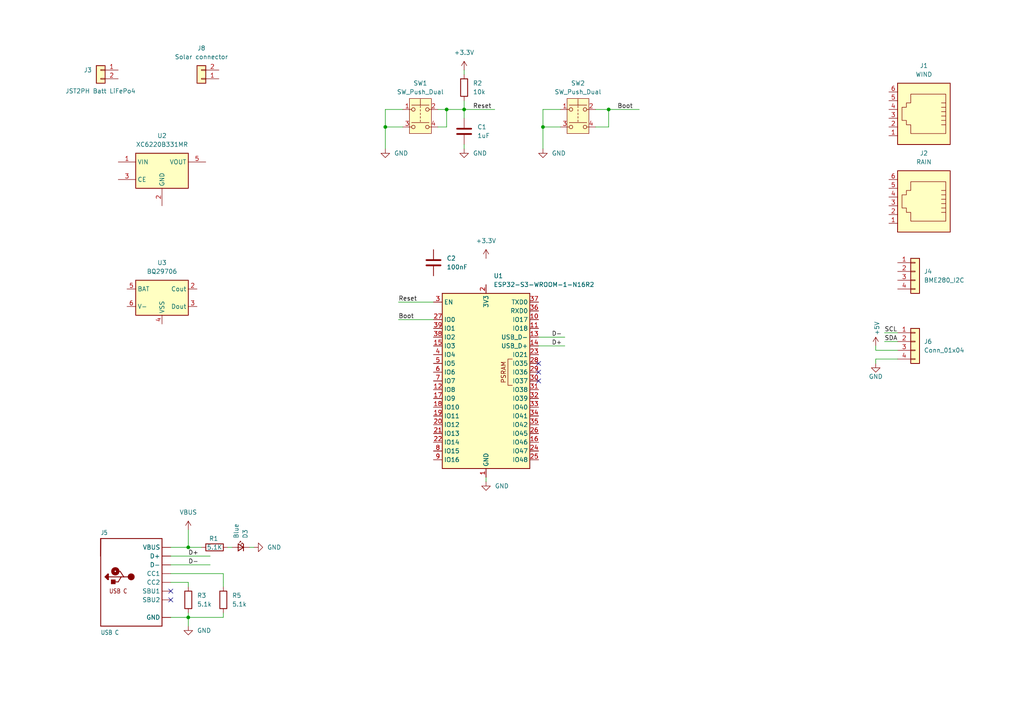
<source format=kicad_sch>
(kicad_sch (version 20250114) (generator "eeschema") (generator_version "9.0")
  (paper "A4")
  (title_block (title "Solar Weather Station") (date "2025-06-01") (rev "0.1") (company "cf") (comment 1 "For safety this design is for Batt LiFePo4"))
  (lib_symbols
    (symbol "Adafruit ESP32-S3 Reverse TFT Feather-eagle-import:USB_C"
      (property "Reference" "X" (at -10.16 13.716 0))
      (symbol "USB_C_1_0"
        (polyline (pts (xy -10.2 7.62) (xy -10.16 12.7)) (stroke (width 0.254)))
        (polyline (pts (xy -10.16 12.7) (xy -10.16 -12.7)) (stroke (width 0.254)))
        (polyline (pts (xy -10.16 12.7) (xy 7.62 12.7)) (stroke (width 0.254)))
        (polyline (pts (xy -10.16 -12.7) (xy 7.62 -12.7)) (stroke (width 0.254)))
        (polyline (pts (xy -8.92 1.6) (xy -8.12 2.4)) (stroke (width 0.254)))
        (polyline (pts (xy -8.52 1.6) (xy -8.52 1.4)) (stroke (width 0.254)))
        (polyline (pts (xy -8.52 1.4) (xy -8.32 1.2)) (stroke (width 0.254)))
        (polyline (pts (xy -8.32 2) (xy -8.72 1.6)) (stroke (width 0.254)))
        (polyline (pts (xy -8.32 1.2) (xy -8.32 2)) (stroke (width 0.254)))
        (polyline (pts (xy -8.12 2.4) (xy -7.92 2.4)) (stroke (width 0.254)))
        (polyline (pts (xy -8.12 1) (xy -8.12 2.4)) (stroke (width 0.254)))
        (polyline (pts (xy -8.12 0.8) (xy -8.92 1.6)) (stroke (width 0.254)))
        (polyline (pts (xy -7.92 2.4) (xy -7.92 1.6)) (stroke (width 0.254)))
        (polyline (pts (xy -7.92 1.6) (xy -7.92 0.8)) (stroke (width 0.254)))
        (polyline (pts (xy -7.92 0.8) (xy -8.12 0.8)) (stroke (width 0.254)))
        (rectangle (start -7.12 -0.45) (end -5.92 0.75) (fill (type outline)))
        (polyline (pts (xy -6.27 0.15) (xy -5.07 0.15)) (stroke (width 0.254)))
        (circle (center -5.92 3.2) (radius 0.2) (stroke (width 1)))
        (polyline (pts (xy -5.52 3.2) (xy -4.52 3.2)) (stroke (width 0.254)))
        (polyline (pts (xy -5.07 0.15) (xy -4.22 1.6)) (stroke (width 0.254)))
        (polyline (pts (xy -4.52 3.2) (xy -3.47 1.6)) (stroke (width 0.254)))
        (polyline (pts (xy -4.22 1.6) (xy -7.92 1.6)) (stroke (width 0.254)))
        (polyline (pts (xy -3.47 1.6) (xy -4.22 1.6)) (stroke (width 0.254)))
        (circle (center -1.32 1.6) (radius 0.5) (stroke (width 1)))
        (polyline (pts (xy -1.32 1.6) (xy -3.47 1.6)) (stroke (width 0.254)))
        (polyline (pts (xy 7.62 12.7) (xy 7.62 -12.7)) (stroke (width 0.254)))
        (text "USB C" (at -5.08 -2.54 0) (effects (font (size 1.27 1.0795))))
        (pin power_in line (at 10.16 10.16 180) (length 2.54) (name "VBUS") (number "A4B9"))
        (pin power_in line (at 10.16 10.16 180) (length 2.54) (name "VBUS") (number "B4A9"))
        (pin bidirectional line (at 10.16 7.62 180) (length 2.54) (name "D+") (number "A6"))
        (pin bidirectional line (at 10.16 7.62 180) (length 2.54) (name "D+") (number "B6"))
        (pin bidirectional line (at 10.16 5.08 180) (length 2.54) (name "D-") (number "A7"))
        (pin bidirectional line (at 10.16 5.08 180) (length 2.54) (name "D-") (number "B7"))
        (pin bidirectional line (at 10.16 2.54 180) (length 2.54) (name "CC1") (number "A5"))
        (pin bidirectional line (at 10.16 0 180) (length 2.54) (name "CC2") (number "B5"))
        (pin bidirectional line (at 10.16 -2.54 180) (length 2.54) (name "SBU1") (number "A8"))
        (pin bidirectional line (at 10.16 -5.08 180) (length 2.54) (name "SBU2") (number "B8"))
        (pin power_in line (at 10.16 -10.16 180) (length 2.54) (name "GND") (number "A1B12"))
        (pin power_in line (at 10.16 -10.16 180) (length 2.54) (name "GND") (number "B1A12"))
      )
    )
    (symbol "Battery_Management:BQ297xy"
      (property "Reference" "U" (at -6.35 6.35 0))
      (property "Value" "BQ297xy" (at 5.08 -6.35 0))
      (symbol "BQ297xy_0_1"
        (rectangle (start -7.62 5.08) (end 7.62 -5.08) (stroke (width 0.254)) (fill (type background)))
      )
      (symbol "BQ297xy_1_1"
        (pin input line (at -10.16 2.54 0) (length 2.54) (name "BAT") (number "5"))
        (pin input line (at -10.16 -2.54 0) (length 2.54) (name "V-") (number "6"))
        (pin power_in line (at 0 -7.62 90) (length 2.54) (name "VSS") (number "4"))
        (pin no_connect line (at 7.62 0 180) (length 2.54) (hide yes) (name "NC") (number "1"))
        (pin output line (at 10.16 2.54 180) (length 2.54) (name "Cout") (number "2"))
        (pin output line (at 10.16 -2.54 180) (length 2.54) (name "Dout") (number "3"))
      )
    )
    (symbol "Connector:RJ12" (pin_names (offset 1.016))
      (property "Reference" "J" (at -5.08 11.43 0))
      (property "Value" "RJ12" (at 2.54 11.43 0))
      (symbol "RJ12_0_1"
        (polyline (pts (xy -6.35 3.175) (xy -5.08 3.175) (xy -5.08 3.175)))
        (polyline (pts (xy -6.35 1.905) (xy -5.08 1.905) (xy -5.08 1.905)))
        (polyline (pts (xy -6.35 0.635) (xy -5.08 0.635) (xy -5.08 0.635)))
        (polyline (pts (xy -6.35 -0.635) (xy -5.08 -0.635) (xy -5.08 -0.635)))
        (polyline (pts (xy -6.35 -1.905) (xy -5.08 -1.905) (xy -5.08 -1.905)))
        (polyline (pts (xy -6.35 -4.445) (xy -6.35 6.985) (xy 3.81 6.985) (xy 3.81 4.445) (xy 5.08 4.445) (xy 5.08 3.175) (xy 6.35 3.175) (xy 6.35 -0.635) (xy 5.08 -0.635) (xy 5.08 -1.905) (xy 3.81 -1.905) (xy 3.81 -4.445) (xy -6.35 -4.445) (xy -6.35 -4.445)))
        (polyline (pts (xy -5.08 4.445) (xy -6.35 4.445) (xy -6.35 4.445)))
        (rectangle (start 7.62 10.16) (end -7.62 -7.62) (stroke (width 0.254)) (fill (type background)))
      )
      (symbol "RJ12_1_1"
        (pin passive line (at 10.16 7.62 180) (length 2.54) (name "~") (number "6"))
        (pin passive line (at 10.16 5.08 180) (length 2.54) (name "~") (number "5"))
        (pin passive line (at 10.16 2.54 180) (length 2.54) (name "~") (number "4"))
        (pin passive line (at 10.16 0 180) (length 2.54) (name "~") (number "3"))
        (pin passive line (at 10.16 -2.54 180) (length 2.54) (name "~") (number "2"))
        (pin passive line (at 10.16 -5.08 180) (length 2.54) (name "~") (number "1"))
      )
    )
    (symbol "Connector_Generic:Conn_01x02" (pin_names (offset 1.016) (hide yes))
      (property "Reference" "J" (at 0 2.54 0))
      (property "Value" "Conn_01x02" (at 0 -5.08 0))
      (symbol "Conn_01x02_1_1"
        (rectangle (start -1.27 1.27) (end 1.27 -3.81) (stroke (width 0.254)) (fill (type background)))
        (rectangle (start -1.27 0.127) (end 0 -0.127) (stroke (width 0.1524)))
        (rectangle (start -1.27 -2.413) (end 0 -2.667) (stroke (width 0.1524)))
        (pin passive line (at -5.08 0 0) (length 3.81) (name "Pin_1") (number "1"))
        (pin passive line (at -5.08 -2.54 0) (length 3.81) (name "Pin_2") (number "2"))
      )
    )
    (symbol "Connector_Generic:Conn_01x04" (pin_names (offset 1.016) (hide yes))
      (property "Reference" "J" (at 0 5.08 0))
      (property "Value" "Conn_01x04" (at 0 -7.62 0))
      (symbol "Conn_01x04_1_1"
        (rectangle (start -1.27 3.81) (end 1.27 -6.35) (stroke (width 0.254)) (fill (type background)))
        (rectangle (start -1.27 2.667) (end 0 2.413) (stroke (width 0.1524)))
        (rectangle (start -1.27 0.127) (end 0 -0.127) (stroke (width 0.1524)))
        (rectangle (start -1.27 -2.413) (end 0 -2.667) (stroke (width 0.1524)))
        (rectangle (start -1.27 -4.953) (end 0 -5.207) (stroke (width 0.1524)))
        (pin passive line (at -5.08 2.54 0) (length 3.81) (name "Pin_1") (number "1"))
        (pin passive line (at -5.08 0 0) (length 3.81) (name "Pin_2") (number "2"))
        (pin passive line (at -5.08 -2.54 0) (length 3.81) (name "Pin_3") (number "3"))
        (pin passive line (at -5.08 -5.08 0) (length 3.81) (name "Pin_4") (number "4"))
      )
    )
    (symbol "Device:C" (pin_numbers (hide yes)) (pin_names (offset 0.254))
      (property "Reference" "C" (at 0.635 2.54 0))
      (property "Value" "C" (at 0.635 -2.54 0))
      (symbol "C_0_1"
        (polyline (pts (xy -2.032 0.762) (xy 2.032 0.762)) (stroke (width 0.508)))
        (polyline (pts (xy -2.032 -0.762) (xy 2.032 -0.762)) (stroke (width 0.508)))
      )
      (symbol "C_1_1"
        (pin passive line (at 0 3.81 270) (length 2.794) (name "~") (number "1"))
        (pin passive line (at 0 -3.81 90) (length 2.794) (name "~") (number "2"))
      )
    )
    (symbol "Device:LED_Small" (pin_numbers (hide yes)) (pin_names (offset 0.254) (hide yes))
      (property "Reference" "D" (at -1.27 3.175 0))
      (property "Value" "LED_Small" (at -4.445 -2.54 0))
      (symbol "LED_Small_0_1"
        (polyline (pts (xy -0.762 -1.016) (xy -0.762 1.016)) (stroke (width 0.254)))
        (polyline (pts (xy 0 0.762) (xy -0.508 1.27) (xy -0.254 1.27) (xy -0.508 1.27) (xy -0.508 1.016)))
        (polyline (pts (xy 0.508 1.27) (xy 0 1.778) (xy 0.254 1.778) (xy 0 1.778) (xy 0 1.524)))
        (polyline (pts (xy 0.762 -1.016) (xy -0.762 0) (xy 0.762 1.016) (xy 0.762 -1.016)) (stroke (width 0.254)))
        (polyline (pts (xy 1.016 0) (xy -0.762 0)))
      )
      (symbol "LED_Small_1_1"
        (pin passive line (at -2.54 0 0) (length 1.778) (name "K") (number "1"))
        (pin passive line (at 2.54 0 180) (length 1.778) (name "A") (number "2"))
      )
    )
    (symbol "Device:R" (pin_numbers (hide yes)) (pin_names (offset 0))
      (property "Reference" "R" (at 2.032 0 90))
      (property "Value" "R" (at 0 0 90))
      (symbol "R_0_1"
        (rectangle (start -1.016 -2.54) (end 1.016 2.54) (stroke (width 0.254)))
      )
      (symbol "R_1_1"
        (pin passive line (at 0 3.81 270) (length 1.27) (name "~") (number "1"))
        (pin passive line (at 0 -3.81 90) (length 1.27) (name "~") (number "2"))
      )
    )
    (symbol "RF_Module:ESP32-S3-WROOM-1"
      (property "Reference" "U" (at -12.7 26.67 0))
      (property "Value" "ESP32-S3-WROOM-1" (at 12.7 26.67 0))
      (symbol "ESP32-S3-WROOM-1_0_0"
        (rectangle (start -12.7 25.4) (end 12.7 -25.4) (stroke (width 0.254)) (fill (type background)))
        (text "PSRAM" (at 5.08 2.54 900) (effects (font (size 1.27 1.27))))
      )
      (symbol "ESP32-S3-WROOM-1_0_1"
        (polyline (pts (xy 7.62 -1.27) (xy 6.35 -1.27) (xy 6.35 6.35) (xy 7.62 6.35)))
      )
      (symbol "ESP32-S3-WROOM-1_1_1"
        (pin input line (at -15.24 22.86 0) (length 2.54) (name "EN") (number "3"))
        (pin bidirectional line (at -15.24 17.78 0) (length 2.54) (name "IO0") (number "27"))
        (pin bidirectional line (at -15.24 15.24 0) (length 2.54) (name "IO1") (number "39"))
        (pin bidirectional line (at -15.24 12.7 0) (length 2.54) (name "IO2") (number "38"))
        (pin bidirectional line (at -15.24 10.16 0) (length 2.54) (name "IO3") (number "15"))
        (pin bidirectional line (at -15.24 7.62 0) (length 2.54) (name "IO4") (number "4"))
        (pin bidirectional line (at -15.24 5.08 0) (length 2.54) (name "IO5") (number "5"))
        (pin bidirectional line (at -15.24 2.54 0) (length 2.54) (name "IO6") (number "6"))
        (pin bidirectional line (at -15.24 0 0) (length 2.54) (name "IO7") (number "7"))
        (pin bidirectional line (at -15.24 -2.54 0) (length 2.54) (name "IO8") (number "12"))
        (pin bidirectional line (at -15.24 -5.08 0) (length 2.54) (name "IO9") (number "17"))
        (pin bidirectional line (at -15.24 -7.62 0) (length 2.54) (name "IO10") (number "18"))
        (pin bidirectional line (at -15.24 -10.16 0) (length 2.54) (name "IO11") (number "19"))
        (pin bidirectional line (at -15.24 -12.7 0) (length 2.54) (name "IO12") (number "20"))
        (pin bidirectional line (at -15.24 -15.24 0) (length 2.54) (name "IO13") (number "21"))
        (pin bidirectional line (at -15.24 -17.78 0) (length 2.54) (name "IO14") (number "22"))
        (pin bidirectional line (at -15.24 -20.32 0) (length 2.54) (name "IO15") (number "8"))
        (pin bidirectional line (at -15.24 -22.86 0) (length 2.54) (name "IO16") (number "9"))
        (pin power_in line (at 0 27.94 270) (length 2.54) (name "3V3") (number "2"))
        (pin power_in line (at 0 -27.94 90) (length 2.54) (name "GND") (number "1"))
        (pin passive line (at 0 -27.94 90) (length 2.54) (hide yes) (name "GND") (number "40"))
        (pin passive line (at 0 -27.94 90) (length 2.54) (hide yes) (name "GND") (number "41"))
        (pin bidirectional line (at 15.24 22.86 180) (length 2.54) (name "TXD0") (number "37"))
        (pin bidirectional line (at 15.24 20.32 180) (length 2.54) (name "RXD0") (number "36"))
        (pin bidirectional line (at 15.24 17.78 180) (length 2.54) (name "IO17") (number "10"))
        (pin bidirectional line (at 15.24 15.24 180) (length 2.54) (name "IO18") (number "11"))
        (pin bidirectional line (at 15.24 12.7 180) (length 2.54) (name "USB_D-") (number "13"))
        (pin bidirectional line (at 15.24 10.16 180) (length 2.54) (name "USB_D+") (number "14"))
        (pin bidirectional line (at 15.24 7.62 180) (length 2.54) (name "IO21") (number "23"))
        (pin bidirectional line (at 15.24 5.08 180) (length 2.54) (name "IO35") (number "28"))
        (pin bidirectional line (at 15.24 2.54 180) (length 2.54) (name "IO36") (number "29"))
        (pin bidirectional line (at 15.24 0 180) (length 2.54) (name "IO37") (number "30"))
        (pin bidirectional line (at 15.24 -2.54 180) (length 2.54) (name "IO38") (number "31"))
        (pin bidirectional line (at 15.24 -5.08 180) (length 2.54) (name "IO39") (number "32"))
        (pin bidirectional line (at 15.24 -7.62 180) (length 2.54) (name "IO40") (number "33"))
        (pin bidirectional line (at 15.24 -10.16 180) (length 2.54) (name "IO41") (number "34"))
        (pin bidirectional line (at 15.24 -12.7 180) (length 2.54) (name "IO42") (number "35"))
        (pin bidirectional line (at 15.24 -15.24 180) (length 2.54) (name "IO45") (number "26"))
        (pin bidirectional line (at 15.24 -17.78 180) (length 2.54) (name "IO46") (number "16"))
        (pin bidirectional line (at 15.24 -20.32 180) (length 2.54) (name "IO47") (number "24"))
        (pin bidirectional line (at 15.24 -22.86 180) (length 2.54) (name "IO48") (number "25"))
      )
    )
    (symbol "Regulator_Linear:XC6220B331MR"
      (property "Reference" "U" (at 0 8.89 0))
      (property "Value" "XC6220B331MR" (at 0 6.35 0))
      (symbol "XC6220B331MR_0_1"
        (rectangle (start -7.62 5.08) (end 7.62 -5.08) (stroke (width 0.254)) (fill (type background)))
      )
      (symbol "XC6220B331MR_1_1"
        (pin power_in line (at -12.7 2.54 0) (length 5.08) (name "VIN") (number "1"))
        (pin input line (at -12.7 -2.54 0) (length 5.08) (name "CE") (number "3"))
        (pin power_in line (at 0 -10.16 90) (length 5.08) (name "GND") (number "2"))
        (pin no_connect line (at 7.62 -2.54 180) (length 5.08) (hide yes) (name "NC") (number "4"))
        (pin power_out line (at 12.7 2.54 180) (length 5.08) (name "VOUT") (number "5"))
      )
    )
    (symbol "Switch:SW_Push_Dual" (pin_names (offset 1.016) (hide yes))
      (property "Reference" "SW" (at 0 7.62 0))
      (property "Value" "SW_Push_Dual" (at 0 -6.35 0))
      (symbol "SW_Push_Dual_0_1"
        (circle (center -2.032 2.54) (radius 0.508))
        (circle (center -2.032 -2.54) (radius 0.508))
        (polyline (pts (xy 0 3.81) (xy 0 5.588)))
        (polyline (pts (xy 0 3.048) (xy 0 3.556)))
        (polyline (pts (xy 0 2.032) (xy 0 2.54)))
        (polyline (pts (xy 0 1.016) (xy 0 1.524)))
        (polyline (pts (xy 0 0.508) (xy 0 0)))
        (polyline (pts (xy 0 -0.508) (xy 0 -1.016)))
        (circle (center 2.032 2.54) (radius 0.508))
        (circle (center 2.032 -2.54) (radius 0.508))
        (polyline (pts (xy 2.54 3.81) (xy -2.54 3.81)))
        (polyline (pts (xy 2.54 -1.27) (xy -2.54 -1.27)))
        (pin passive line (at -5.08 2.54 0) (length 2.54) (name "1") (number "1"))
        (pin passive line (at -5.08 -2.54 0) (length 2.54) (name "3") (number "3"))
        (pin passive line (at 5.08 2.54 180) (length 2.54) (name "2") (number "2"))
        (pin passive line (at 5.08 -2.54 180) (length 2.54) (name "4") (number "4"))
      )
      (symbol "SW_Push_Dual_1_1"
        (rectangle (start -3.175 5.715) (end 3.175 -4.445) (fill (type background)))
      )
    )
    (symbol "power:+3.3V" (power) (pin_numbers (hide yes)) (pin_names (offset 0) (hide yes))
      (property "Value" "+3.3V" (at 0 3.556 0))
      (symbol "+3.3V_0_1"
        (polyline (pts (xy -0.762 1.27) (xy 0 2.54)))
        (polyline (pts (xy 0 2.54) (xy 0.762 1.27)))
        (polyline (pts (xy 0 0) (xy 0 2.54)))
      )
      (symbol "+3.3V_1_1"
        (pin power_in line (at 0 0 90) (length 0) (name "~") (number "1"))
      )
    )
    (symbol "power:+5V" (power) (pin_names (offset 0))
      (property "Value" "+5V" (at 0 3.556 0))
      (symbol "+5V_0_1"
        (polyline (pts (xy -0.762 1.27) (xy 0 2.54)))
        (polyline (pts (xy 0 2.54) (xy 0.762 1.27)))
        (polyline (pts (xy 0 0) (xy 0 2.54)))
      )
      (symbol "+5V_1_1"
        (pin power_in line (at 0 0 90) (length 0) (hide yes) (name "+5V") (number "1"))
      )
    )
    (symbol "power:GND" (power) (pin_names (offset 0))
      (property "Value" "GND" (at 0 -3.81 0))
      (symbol "GND_0_1"
        (polyline (pts (xy 0 0) (xy 0 -1.27) (xy 1.27 -1.27) (xy 0 -2.54) (xy -1.27 -1.27) (xy 0 -1.27)))
      )
      (symbol "GND_1_1"
        (pin power_in line (at 0 0 270) (length 0) (hide yes) (name "GND") (number "1"))
      )
    )
    (symbol "power:VBUS" (power) (pin_numbers (hide yes)) (pin_names (offset 0) (hide yes))
      (property "Value" "VBUS" (at 0 3.556 0))
      (symbol "VBUS_0_1"
        (polyline (pts (xy -0.762 1.27) (xy 0 2.54)))
        (polyline (pts (xy 0 2.54) (xy 0.762 1.27)))
        (polyline (pts (xy 0 0) (xy 0 2.54)))
      )
      (symbol "VBUS_1_1"
        (pin power_in line (at 0 0 90) (length 0) (name "~") (number "1"))
      )
    )
  )
  (junction (at 157.48 36.83))
  (junction (at 54.61 158.75))
  (junction (at 129.54 31.75))
  (junction (at 176.53 31.75))
  (junction (at 54.61 179.07))
  (junction (at 134.62 31.75))
  (junction (at 111.76 36.83))
  (no_connect (at 156.21 110.49))
  (no_connect (at 49.53 173.99))
  (no_connect (at 156.21 107.95))
  (no_connect (at 156.21 105.41))
  (no_connect (at 49.53 171.45))
  (wire (pts (xy 127 31.75) (xy 129.54 31.75)))
  (wire (pts (xy 134.62 20.32) (xy 134.62 21.59)))
  (wire (pts (xy 134.62 29.21) (xy 134.62 31.75)))
  (wire (pts (xy 49.53 166.37) (xy 64.77 166.37)))
  (wire (pts (xy 156.21 100.33) (xy 163.83 100.33)))
  (wire (pts (xy 49.53 163.83) (xy 60.96 163.83)))
  (wire (pts (xy 157.48 31.75) (xy 157.48 36.83)))
  (wire (pts (xy 157.48 36.83) (xy 162.56 36.83)))
  (wire (pts (xy 115.57 87.63) (xy 125.73 87.63)))
  (wire (pts (xy 260.35 104.14) (xy 254 104.14)))
  (wire (pts (xy 256.54 96.52) (xy 260.35 96.52)))
  (wire (pts (xy 54.61 158.75) (xy 58.42 158.75)))
  (wire (pts (xy 66.04 158.75) (xy 67.31 158.75)))
  (wire (pts (xy 176.53 31.75) (xy 185.42 31.75)))
  (wire (pts (xy 129.54 31.75) (xy 134.62 31.75)))
  (wire (pts (xy 111.76 36.83) (xy 111.76 43.18)))
  (wire (pts (xy 157.48 36.83) (xy 157.48 43.18)))
  (wire (pts (xy 54.61 177.8) (xy 54.61 179.07)))
  (wire (pts (xy 140.97 138.43) (xy 140.97 139.7)))
  (wire (pts (xy 49.53 168.91) (xy 54.61 168.91)))
  (wire (pts (xy 54.61 181.61) (xy 54.61 179.07)) (stroke (width 0.1524)))
  (wire (pts (xy 72.39 158.75) (xy 73.66 158.75)))
  (wire (pts (xy 54.61 168.91) (xy 54.61 170.18)))
  (wire (pts (xy 64.77 168.91) (xy 64.77 170.18)) (stroke (width 0.1524)))
  (wire (pts (xy 176.53 36.83) (xy 176.53 31.75)))
  (wire (pts (xy 54.61 179.07) (xy 49.53 179.07)) (stroke (width 0.1524)))
  (wire (pts (xy 111.76 31.75) (xy 111.76 36.83)))
  (wire (pts (xy 49.53 158.75) (xy 54.61 158.75)) (stroke (width 0.1524)))
  (wire (pts (xy 134.62 31.75) (xy 143.51 31.75)))
  (wire (pts (xy 134.62 31.75) (xy 134.62 34.29)))
  (wire (pts (xy 134.62 41.91) (xy 134.62 43.18)))
  (wire (pts (xy 49.53 161.29) (xy 60.96 161.29)))
  (wire (pts (xy 115.57 92.71) (xy 125.73 92.71)))
  (wire (pts (xy 127 36.83) (xy 129.54 36.83)))
  (wire (pts (xy 172.72 36.83) (xy 176.53 36.83)))
  (wire (pts (xy 116.84 31.75) (xy 111.76 31.75)))
  (wire (pts (xy 254 100.33) (xy 254 101.6)))
  (wire (pts (xy 64.77 166.37) (xy 64.77 168.91)))
  (wire (pts (xy 254 104.14) (xy 254 105.41)))
  (wire (pts (xy 54.61 158.75) (xy 54.61 153.67)) (stroke (width 0.1524)))
  (wire (pts (xy 129.54 31.75) (xy 129.54 36.83)))
  (wire (pts (xy 64.77 177.8) (xy 64.77 179.07)))
  (wire (pts (xy 172.72 31.75) (xy 176.53 31.75)))
  (wire (pts (xy 54.61 179.07) (xy 64.77 179.07)))
  (wire (pts (xy 111.76 36.83) (xy 116.84 36.83)))
  (wire (pts (xy 260.35 101.6) (xy 254 101.6)))
  (wire (pts (xy 256.54 99.06) (xy 260.35 99.06)))
  (wire (pts (xy 156.21 97.79) (xy 163.83 97.79)))
  (wire (pts (xy 157.48 31.75) (xy 162.56 31.75)))
  (label "Reset" (at 137.16 31.75 0))
  (label "SCL" (at 256.54 96.52 0))
  (label "D+" (at 54.61 161.29 0) (effects (font (size 1.2446 1.2446))))
  (label "SDA" (at 256.54 99.06 0))
  (label "D-" (at 54.61 163.83 0) (effects (font (size 1.2446 1.2446))))
  (label "Reset" (at 115.57 87.63 0))
  (label "D-" (at 160.02 97.79 0) (effects (font (size 1.2446 1.2446))))
  (label "Boot" (at 115.57 92.71 0))
  (label "D+" (at 160.02 100.33 0) (effects (font (size 1.2446 1.2446))))
  (label "Boot" (at 179.07 31.75 0))
  (symbol (lib_id "Switch:SW_Push_Dual") (at 121.92 34.29 0) (unit 1)
    (property "Reference" "SW1" (at 121.92 24.13 0))
    (property "Value" "SW_Push_Dual" (at 121.92 26.67 0))
    (property "Description" "Push button switch, generic, symbol, four pins" (effects (hide yes)))
  )
  (symbol (lib_id "power:GND") (at 140.97 139.7 0) (unit 1)
    (property "Reference" "#PWR9" (effects (hide yes)))
    (property "Value" "GND" (at 143.51 140.9699 0) (effects (justify left)))
  )
  (symbol (lib_id "power:GND") (at 111.76 43.18 0) (unit 1)
    (property "Reference" "#PWR2" (effects (hide yes)))
    (property "Value" "GND" (at 114.3 44.4499 0) (effects (justify left)))
  )
  (symbol (lib_id "Connector_Generic:Conn_01x02") (at 29.21 20.32 0) (mirror y) (unit 1)
    (property "Reference" "J3" (at 26.67 20.3199 0) (effects (justify left)))
    (property "Value" "JST2PH Batt LiFePo4" (at 39.37 26.416 0) (effects (justify left)))
    (property "Footprint" "Connector_JST:JST_PH_S2B-PH-K_1x02_P2.00mm_Horizontal" (effects (hide yes)))
    (property "Description" "Generic connector, single row, 01x02, script generated (kicad-library-utils/schlib/autogen/connector/)" (effects (hide yes)))
  )
  (symbol (lib_id "Adafruit ESP32-S3 Reverse TFT Feather-eagle-import:USB_C") (at 39.37 168.91 0) (unit 1)
    (property "Reference" "J5" (at 29.21 155.194 0) (effects (font (size 1.27 1.0795)) (justify left bottom)))
    (property "Value" "USB C" (at 29.21 184.15 0) (effects (font (size 1.27 1.0795)) (justify left bottom)))
    (property "Footprint" "Adafruit ESP32-S3 Reverse TFT Feather:USB_C_CUSB31-CFM2AX-01-X" (effects (hide yes)))
  )
  (symbol (lib_id "power:+3.3V") (at 140.97 74.93 0) (unit 1)
    (property "Reference" "#PWR11" (effects (hide yes)))
    (property "Value" "+3.3V" (at 140.97 69.85 0))
    (property "Description" "Power symbol creates a global label with name \"+3.3V\"" (effects (hide yes)))
  )
  (symbol (lib_id "RF_Module:ESP32-S3-WROOM-1") (at 140.97 110.49 0) (unit 1)
    (property "Reference" "U1" (at 143.1641 80.01 0) (effects (justify left)))
    (property "Value" "ESP32-S3-WROOM-1-N16R2" (at 143.1641 82.55 0) (effects (justify left)))
    (property "Footprint" "RF_Module:ESP32-S3-WROOM-1" (effects (hide yes)))
    (property "Datasheet" "https://www.espressif.com/sites/default/files/documentation/esp32-s3-wroom-1_wroom-1u_datasheet_en.pdf" (effects (hide yes)))
    (property "Description" "RF Module, ESP32-S3 SoC, Wi-Fi 802.11b/g/n, Bluetooth, BLE, 32-bit, 3.3V, onboard antenna, SMD" (effects (hide yes)))
    (property "Mouser" "https://www.mouser.fr/ProductDetail/356-ESP32S3WRM1N16R2" (effects (hide yes)))
  )
  (symbol (lib_id "Device:R") (at 134.62 25.4 0) (unit 1)
    (property "Reference" "R2" (at 137.16 24.1299 0) (effects (justify left)))
    (property "Value" "10k" (at 137.16 26.6699 0) (effects (justify left)))
    (property "Description" "Resistor" (effects (hide yes)))
  )
  (symbol (lib_id "Device:R") (at 54.61 173.99 0) (unit 1)
    (property "Reference" "R3" (at 57.15 172.7199 0) (effects (justify left)))
    (property "Value" "5.1k" (at 57.15 175.2599 0) (effects (justify left)))
    (property "Description" "Resistor" (effects (hide yes)))
  )
  (symbol (lib_id "power:GND") (at 134.62 43.18 0) (unit 1)
    (property "Reference" "#PWR1" (effects (hide yes)))
    (property "Value" "GND" (at 137.16 44.4499 0) (effects (justify left)))
  )
  (symbol (lib_id "power:GND") (at 254 105.41 0) (unit 1)
    (property "Reference" "#PWR8" (effects (hide yes)))
    (property "Value" "GND" (at 254 109.22 0))
  )
  (symbol (lib_id "power:+3.3V") (at 134.62 20.32 0) (unit 1)
    (property "Reference" "#PWR7" (effects (hide yes)))
    (property "Value" "+3.3V" (at 134.62 15.24 0))
    (property "Description" "Power symbol creates a global label with name \"+3.3V\"" (effects (hide yes)))
  )
  (symbol (lib_id "Device:LED_Small") (at 69.85 158.75 0) (mirror y) (unit 1)
    (property "Reference" "D3" (at 71.12 156.21 90) (effects (justify left)))
    (property "Value" "Blue" (at 68.5165 156.21 90) (effects (justify left)))
    (property "Footprint" "LED_SMD:LED_1206_3216Metric" (effects (hide yes)))
  )
  (symbol (lib_id "Connector_Generic:Conn_01x04") (at 265.43 78.74 0) (unit 1)
    (property "Reference" "J4" (at 267.97 78.7399 0) (effects (justify left)))
    (property "Value" "BME280_I2C" (at 267.97 81.2799 0) (effects (justify left)))
    (property "Description" "Generic connector, single row, 01x04, script generated (kicad-library-utils/schlib/autogen/connector/)" (effects (hide yes)))
  )
  (symbol (lib_id "Connector:RJ12") (at 267.97 59.69 0) (mirror y) (unit 1)
    (property "Reference" "J2" (at 267.97 44.45 0))
    (property "Value" "RAIN" (at 267.97 46.99 0))
    (property "Footprint" "Connector_RJ:RJ12_Amphenol_54601-x06_Horizontal" (effects (hide yes)))
    (property "Description" "RJ connector, 6P6C (6 positions 6 connected)" (effects (hide yes)))
  )
  (symbol (lib_id "Regulator_Linear:XC6220B331MR") (at 46.99 49.53 0) (unit 1)
    (property "Reference" "U2" (at 46.99 39.37 0))
    (property "Value" "XC6220B331MR" (at 46.99 41.91 0))
    (property "Footprint" "Package_TO_SOT_SMD:SOT-23-5" (effects (hide yes)))
    (property "Datasheet" "https://www.torexsemi.com/file/xc6220/XC6220.pdf" (effects (hide yes)))
    (property "Description" "1A, Low Drop-out Voltage Regulator, Fixed Output 3.3V, SOT-23-5" (effects (hide yes)))
  )
  (symbol (lib_id "Device:R") (at 64.77 173.99 0) (unit 1)
    (property "Reference" "R5" (at 67.31 172.7199 0) (effects (justify left)))
    (property "Value" "5.1k" (at 67.31 175.2599 0) (effects (justify left)))
    (property "Description" "Resistor" (effects (hide yes)))
  )
  (symbol (lib_id "Connector:RJ12") (at 267.97 34.29 0) (mirror y) (unit 1)
    (property "Reference" "J1" (at 267.97 19.05 0))
    (property "Value" "WIND" (at 267.97 21.59 0))
    (property "Footprint" "Connector_RJ:RJ12_Amphenol_54601-x06_Horizontal" (effects (hide yes)))
    (property "Description" "RJ connector, 6P6C (6 positions 6 connected)" (effects (hide yes)))
  )
  (symbol (lib_id "Connector_Generic:Conn_01x04") (at 265.43 99.06 0) (unit 1)
    (property "Reference" "J6" (at 267.97 99.0599 0) (effects (justify left)))
    (property "Value" "Conn_01x04" (at 267.97 101.5999 0) (effects (justify left)))
    (property "Footprint" "TerminalBlock_Phoenix:TerminalBlock_Phoenix_MKDS-1,5-4-5.08_1x04_P5.08mm_Horizontal" (effects (hide yes)))
    (property "Description" "Generic connector, single row, 01x04, script generated (kicad-library-utils/schlib/autogen/connector/)" (effects (hide yes)))
  )
  (symbol (lib_id "Device:R") (at 62.23 158.75 90) (unit 1)
    (property "Reference" "R1" (at 61.976 156.21 90))
    (property "Value" "5.1K" (at 62.23 158.75 90))
    (property "Description" "Resistor" (effects (hide yes)))
  )
  (symbol (lib_id "Battery_Management:BQ297xy") (at 46.99 86.36 0) (unit 1)
    (property "Reference" "U3" (at 46.99 76.2 0))
    (property "Value" "BQ29706" (at 46.99 78.74 0))
    (property "Footprint" "Package_SON:WSON-6_1.5x1.5mm_P0.5mm" (effects (hide yes)))
    (property "Datasheet" "http://www.ti.com/lit/ds/symlink/bq2970.pdf" (effects (hide yes)))
    (property "Description" "Voltage and Current Protection for Single-Cell Li-Ion and Li-Polymer Batteries" (effects (hide yes)))
  )
  (symbol (lib_id "Switch:SW_Push_Dual") (at 167.64 34.29 0) (unit 1)
    (property "Reference" "SW2" (at 167.64 24.13 0))
    (property "Value" "SW_Push_Dual" (at 167.64 26.67 0))
    (property "Description" "Push button switch, generic, symbol, four pins" (effects (hide yes)))
  )
  (symbol (lib_id "Connector_Generic:Conn_01x02") (at 58.42 22.86 180) (unit 1)
    (property "Reference" "J8" (at 58.42 13.97 0))
    (property "Value" "Solar connector" (at 58.42 16.51 0))
    (property "Footprint" "TerminalBlock_Phoenix:TerminalBlock_Phoenix_MKDS-1,5-2-5.08_1x02_P5.08mm_Horizontal" (effects (hide yes)))
    (property "Description" "Generic connector, single row, 01x02, script generated (kicad-library-utils/schlib/autogen/connector/)" (effects (hide yes)))
  )
  (symbol (lib_id "Device:C") (at 134.62 38.1 0) (unit 1)
    (property "Reference" "C1" (at 138.43 36.8299 0) (effects (justify left)))
    (property "Value" "1uF" (at 138.43 39.3699 0) (effects (justify left)))
    (property "Description" "Unpolarized capacitor" (effects (hide yes)))
  )
  (symbol (lib_id "power:+5V") (at 254 100.33 0) (unit 1)
    (property "Reference" "#PWR6" (effects (hide yes)))
    (property "Value" "+5V" (at 254.3556 97.282 90) (effects (justify left)))
  )
  (symbol (lib_id "Device:C") (at 125.73 76.2 0) (unit 1)
    (property "Reference" "C2" (at 129.54 74.9299 0) (effects (justify left)))
    (property "Value" "100nF" (at 129.54 77.4699 0) (effects (justify left)))
    (property "Description" "Unpolarized capacitor" (effects (hide yes)))
  )
  (symbol (lib_id "power:GND") (at 157.48 43.18 0) (unit 1)
    (property "Reference" "#PWR10" (effects (hide yes)))
    (property "Value" "GND" (at 160.02 44.4499 0) (effects (justify left)))
  )
  (symbol (lib_id "power:GND") (at 54.61 181.61 0) (unit 1)
    (property "Reference" "#PWR5" (effects (hide yes)))
    (property "Value" "GND" (at 57.15 182.8799 0) (effects (justify left)))
  )
  (symbol (lib_id "power:GND") (at 73.66 158.75 90) (unit 1)
    (property "Reference" "#PWR3" (effects (hide yes)))
    (property "Value" "GND" (at 77.47 158.7499 90) (effects (justify right)))
  )
  (symbol (lib_id "power:VBUS") (at 54.61 153.67 0) (unit 1)
    (property "Reference" "#PWR4" (effects (hide yes)))
    (property "Value" "VBUS" (at 54.61 148.59 0))
    (property "Description" "Power symbol creates a global label with name \"VBUS\"" (effects (hide yes)))
  )
)
</source>
